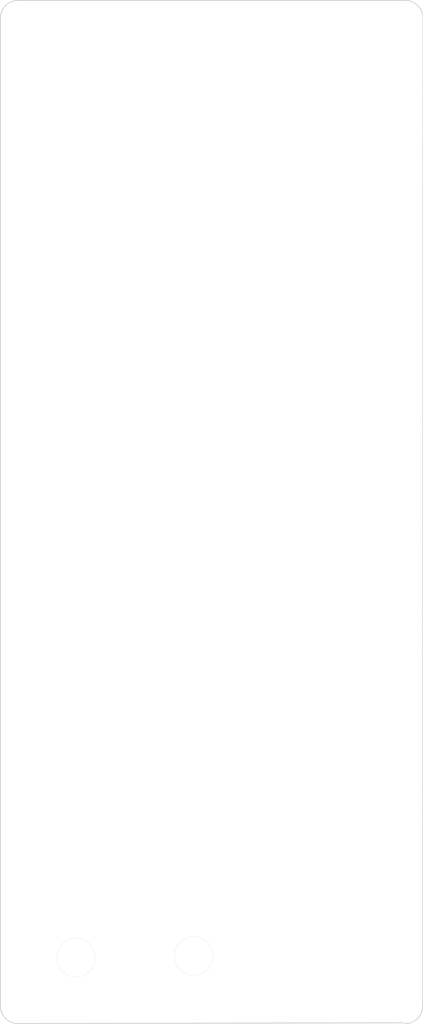
<source format=kicad_pcb>
(kicad_pcb (version 20241229) (generator "pcbnew") (generator_version "9.0")
  (layers (0 "F.Cu" signal) (2 "B.Cu" signal) (13 "F.Paste" user) (15 "B.Paste" user) (5 "F.SilkS" user "F.Silkscreen") (7 "B.SilkS" user "B.Silkscreen") (1 "F.Mask" user) (3 "B.Mask" user) (25 "Edge.Cuts" user))
  (net 0 "")
  (footprint "kbd_Hole:m2_Screw_Hole_EdgeCuts" (layer "F.Cu") (at 172 109.4 -90)
    (property "Reference" "Ref**" (hide yes))
    (property "Value" "Val**" (hide yes))
    (fp_circle (center 0 0) (end 1.1 0) (stroke (width 0.01)) (fill no) (layer "Edge.Cuts"))
  )
  (footprint "kbd_Hole:m2_Screw_Hole_EdgeCuts" (layer "F.Cu") (at 165.3 109.5 -90)
    (property "Reference" "Ref**" (hide yes))
    (property "Value" "Val**" (hide yes))
    (fp_circle (center 0 0) (end 1.1 0) (stroke (width 0.01)) (fill no) (layer "Edge.Cuts"))
  )
  (gr_arc (start 185.038147 112.250205) (mid 184.745184 112.957196) (end 184.038147 113.249998) (stroke (width 0.05)) (layer "Edge.Cuts"))
  (gr_arc (start 162.002175 113.24782) (mid 161.293663 112.955698) (end 161 112.247823) (stroke (width 0.05)) (layer "Edge.Cuts"))
  (gr_line (start 162 55.05) (end 184.049793 55.05) (stroke (width 0.05)) (layer "Edge.Cuts"))
  (gr_arc (start 161 56.05) (mid 161.292893 55.342893) (end 162 55.05) (stroke (width 0.05)) (layer "Edge.Cuts"))
  (gr_arc (start 184.049793 55.05) (mid 184.756977 55.342964) (end 185.049793 56.050207) (stroke (width 0.05)) (layer "Edge.Cuts"))
  (gr_line (start 161 56.05) (end 161 112.247823) (stroke (width 0.05)) (layer "Edge.Cuts"))
  (gr_line (start 162.002175 113.24782) (end 183.988147 113.199998) (stroke (width 0.05)) (layer "Edge.Cuts"))
  (gr_line (start 185.049793 56.050207) (end 185.038147 112.250205) (stroke (width 0.05)) (layer "Edge.Cuts"))
)
</source>
